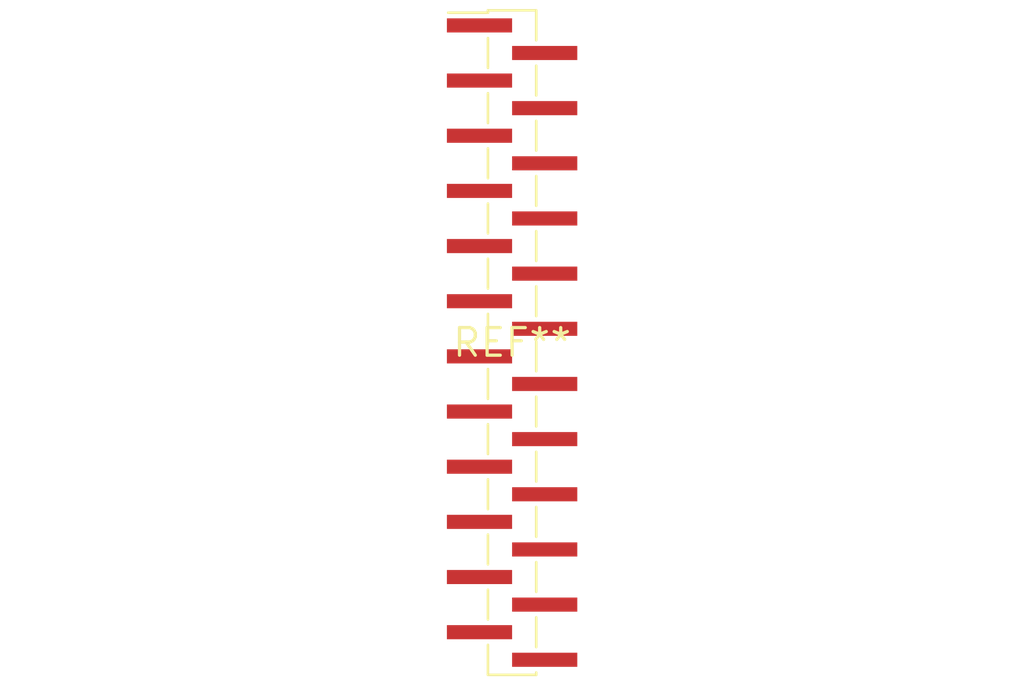
<source format=kicad_pcb>
(kicad_pcb (version 20240108) (generator pcbnew)
  (layers (0 "F.Cu" signal) (31 "B.Cu" signal) (34 "B.Paste" user) (35 "F.Paste" user) (36 "B.SilkS" user "B.Silkscreen") (37 "F.SilkS" user "F.Silkscreen") (38 "B.Mask" user) (39 "F.Mask" user) (44 "Edge.Cuts" user))
  (net 0 "")
  (footprint "PinHeader_1x24_P1.27mm_Vertical_SMD_Pin1Left" (layer "F.Cu") (at 0 0)
    (property "Reference" "REF**")
    (property "Value" "PinHeader_1x24_P1.27mm_Vertical_SMD_Pin1Left")
    (fp_line (start -1.11 -15.3) (end -1.11 -15.19) (layer "F.SilkS") (stroke (width 0.12)))
    (fp_line (start -1.11 -15.3) (end 1.11 -15.3) (layer "F.SilkS") (stroke (width 0.12)))
    (fp_line (start -1.11 -15.19) (end -2.94 -15.19) (layer "F.SilkS") (stroke (width 0.12)))
    (fp_line (start -1.11 -14.02) (end -1.11 -12.65) (layer "F.SilkS") (stroke (width 0.12)))
    (fp_line (start -1.11 -11.48) (end -1.11 -10.11) (layer "F.SilkS") (stroke (width 0.12)))
    (fp_line (start -1.11 -8.94) (end -1.11 -7.57) (layer "F.SilkS") (stroke (width 0.12)))
    (fp_line (start -1.11 -6.4) (end -1.11 -5.03) (layer "F.SilkS") (stroke (width 0.12)))
    (fp_line (start -1.11 -3.86) (end -1.11 -2.49) (layer "F.SilkS") (stroke (width 0.12)))
    (fp_line (start -1.11 -1.32) (end -1.11 0.05) (layer "F.SilkS") (stroke (width 0.12)))
    (fp_line (start -1.11 1.22) (end -1.11 2.59) (layer "F.SilkS") (stroke (width 0.12)))
    (fp_line (start -1.11 3.76) (end -1.11 5.13) (layer "F.SilkS") (stroke (width 0.12)))
    (fp_line (start -1.11 6.3) (end -1.11 7.67) (layer "F.SilkS") (stroke (width 0.12)))
    (fp_line (start -1.11 8.84) (end -1.11 10.21) (layer "F.SilkS") (stroke (width 0.12)))
    (fp_line (start -1.11 11.38) (end -1.11 12.75) (layer "F.SilkS") (stroke (width 0.12)))
    (fp_line (start -1.11 13.92) (end -1.11 15.29) (layer "F.SilkS") (stroke (width 0.12)))
    (fp_line (start -1.11 15.3) (end 1.11 15.3) (layer "F.SilkS") (stroke (width 0.12)))
    (fp_line (start 1.11 -15.29) (end 1.11 -13.92) (layer "F.SilkS") (stroke (width 0.12)))
    (fp_line (start 1.11 -12.75) (end 1.11 -11.38) (layer "F.SilkS") (stroke (width 0.12)))
    (fp_line (start 1.11 -10.21) (end 1.11 -8.84) (layer "F.SilkS") (stroke (width 0.12)))
    (fp_line (start 1.11 -7.67) (end 1.11 -6.3) (layer "F.SilkS") (stroke (width 0.12)))
    (fp_line (start 1.11 -5.13) (end 1.11 -3.76) (layer "F.SilkS") (stroke (width 0.12)))
    (fp_line (start 1.11 -2.59) (end 1.11 -1.22) (layer "F.SilkS") (stroke (width 0.12)))
    (fp_line (start 1.11 -0.05) (end 1.11 1.32) (layer "F.SilkS") (stroke (width 0.12)))
    (fp_line (start 1.11 2.49) (end 1.11 3.86) (layer "F.SilkS") (stroke (width 0.12)))
    (fp_line (start 1.11 5.03) (end 1.11 6.4) (layer "F.SilkS") (stroke (width 0.12)))
    (fp_line (start 1.11 7.57) (end 1.11 8.94) (layer "F.SilkS") (stroke (width 0.12)))
    (fp_line (start 1.11 10.11) (end 1.11 11.48) (layer "F.SilkS") (stroke (width 0.12)))
    (fp_line (start 1.11 12.65) (end 1.11 14.02) (layer "F.SilkS") (stroke (width 0.12)))
    (fp_line (start 1.11 15.19) (end 1.11 15.3) (layer "F.SilkS") (stroke (width 0.12)))
    (pad "1" smd rect (at -1.5 -14.605) (size 3 0.65) (layers "F.Cu" "F.Paste" "F.Mask"))
    (pad "2" smd rect (at 1.5 -13.335) (size 3 0.65) (layers "F.Cu" "F.Paste" "F.Mask"))
    (pad "3" smd rect (at -1.5 -12.065) (size 3 0.65) (layers "F.Cu" "F.Paste" "F.Mask"))
    (pad "4" smd rect (at 1.5 -10.795) (size 3 0.65) (layers "F.Cu" "F.Paste" "F.Mask"))
    (pad "5" smd rect (at -1.5 -9.525) (size 3 0.65) (layers "F.Cu" "F.Paste" "F.Mask"))
    (pad "6" smd rect (at 1.5 -8.255) (size 3 0.65) (layers "F.Cu" "F.Paste" "F.Mask"))
    (pad "7" smd rect (at -1.5 -6.985) (size 3 0.65) (layers "F.Cu" "F.Paste" "F.Mask"))
    (pad "8" smd rect (at 1.5 -5.715) (size 3 0.65) (layers "F.Cu" "F.Paste" "F.Mask"))
    (pad "9" smd rect (at -1.5 -4.445) (size 3 0.65) (layers "F.Cu" "F.Paste" "F.Mask"))
    (pad "10" smd rect (at 1.5 -3.175) (size 3 0.65) (layers "F.Cu" "F.Paste" "F.Mask"))
    (pad "11" smd rect (at -1.5 -1.905) (size 3 0.65) (layers "F.Cu" "F.Paste" "F.Mask"))
    (pad "12" smd rect (at 1.5 -0.635) (size 3 0.65) (layers "F.Cu" "F.Paste" "F.Mask"))
    (pad "13" smd rect (at -1.5 0.635) (size 3 0.65) (layers "F.Cu" "F.Paste" "F.Mask"))
    (pad "14" smd rect (at 1.5 1.905) (size 3 0.65) (layers "F.Cu" "F.Paste" "F.Mask"))
    (pad "15" smd rect (at -1.5 3.175) (size 3 0.65) (layers "F.Cu" "F.Paste" "F.Mask"))
    (pad "16" smd rect (at 1.5 4.445) (size 3 0.65) (layers "F.Cu" "F.Paste" "F.Mask"))
    (pad "17" smd rect (at -1.5 5.715) (size 3 0.65) (layers "F.Cu" "F.Paste" "F.Mask"))
    (pad "18" smd rect (at 1.5 6.985) (size 3 0.65) (layers "F.Cu" "F.Paste" "F.Mask"))
    (pad "19" smd rect (at -1.5 8.255) (size 3 0.65) (layers "F.Cu" "F.Paste" "F.Mask"))
    (pad "20" smd rect (at 1.5 9.525) (size 3 0.65) (layers "F.Cu" "F.Paste" "F.Mask"))
    (pad "21" smd rect (at -1.5 10.795) (size 3 0.65) (layers "F.Cu" "F.Paste" "F.Mask"))
    (pad "22" smd rect (at 1.5 12.065) (size 3 0.65) (layers "F.Cu" "F.Paste" "F.Mask"))
    (pad "23" smd rect (at -1.5 13.335) (size 3 0.65) (layers "F.Cu" "F.Paste" "F.Mask"))
    (pad "24" smd rect (at 1.5 14.605) (size 3 0.65) (layers "F.Cu" "F.Paste" "F.Mask"))
  )
)
</source>
